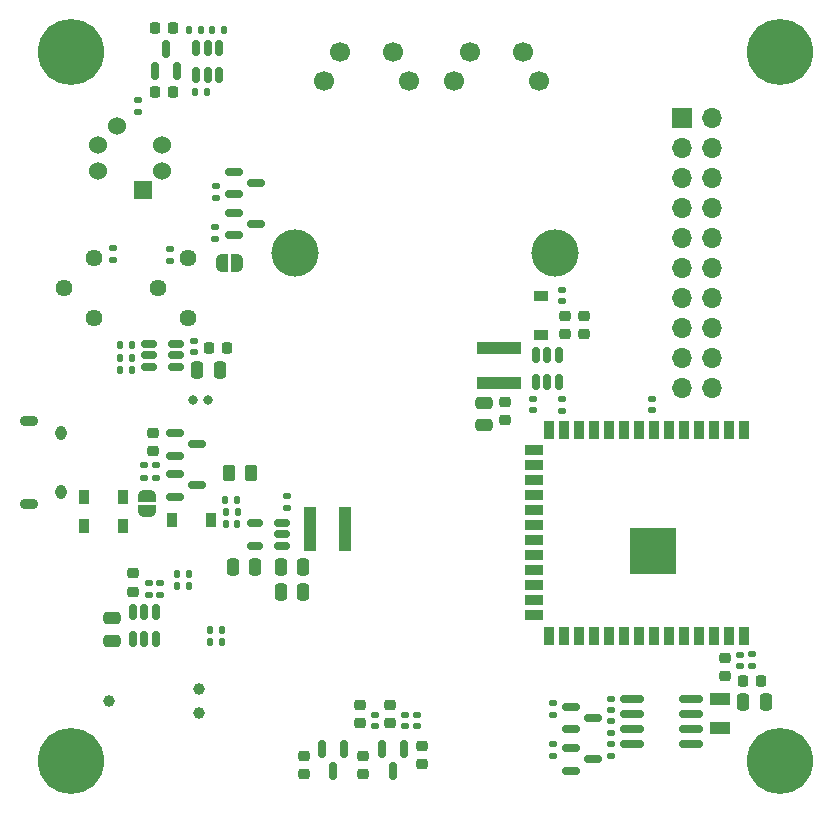
<source format=gbs>
%TF.GenerationSoftware,KiCad,Pcbnew,(6.0.10)*%
%TF.CreationDate,2023-01-09T17:37:14-08:00*%
%TF.ProjectId,ai-camera,61692d63-616d-4657-9261-2e6b69636164,rev?*%
%TF.SameCoordinates,PX5a995c0PY2aea540*%
%TF.FileFunction,Soldermask,Bot*%
%TF.FilePolarity,Negative*%
%FSLAX46Y46*%
G04 Gerber Fmt 4.6, Leading zero omitted, Abs format (unit mm)*
G04 Created by KiCad (PCBNEW (6.0.10)) date 2023-01-09 17:37:14*
%MOMM*%
%LPD*%
G01*
G04 APERTURE LIST*
G04 Aperture macros list*
%AMRoundRect*
0 Rectangle with rounded corners*
0 $1 Rounding radius*
0 $2 $3 $4 $5 $6 $7 $8 $9 X,Y pos of 4 corners*
0 Add a 4 corners polygon primitive as box body*
4,1,4,$2,$3,$4,$5,$6,$7,$8,$9,$2,$3,0*
0 Add four circle primitives for the rounded corners*
1,1,$1+$1,$2,$3*
1,1,$1+$1,$4,$5*
1,1,$1+$1,$6,$7*
1,1,$1+$1,$8,$9*
0 Add four rect primitives between the rounded corners*
20,1,$1+$1,$2,$3,$4,$5,0*
20,1,$1+$1,$4,$5,$6,$7,0*
20,1,$1+$1,$6,$7,$8,$9,0*
20,1,$1+$1,$8,$9,$2,$3,0*%
%AMFreePoly0*
4,1,22,0.500000,-0.750000,0.000000,-0.750000,0.000000,-0.745033,-0.079941,-0.743568,-0.215256,-0.701293,-0.333266,-0.622738,-0.424486,-0.514219,-0.481581,-0.384460,-0.499164,-0.250000,-0.500000,-0.250000,-0.500000,0.250000,-0.499164,0.250000,-0.499963,0.256109,-0.478152,0.396186,-0.417904,0.524511,-0.324060,0.630769,-0.204165,0.706417,-0.067858,0.745374,0.000000,0.744959,0.000000,0.750000,
0.500000,0.750000,0.500000,-0.750000,0.500000,-0.750000,$1*%
%AMFreePoly1*
4,1,20,0.000000,0.744959,0.073905,0.744508,0.209726,0.703889,0.328688,0.626782,0.421226,0.519385,0.479903,0.390333,0.500000,0.250000,0.500000,-0.250000,0.499851,-0.262216,0.476331,-0.402017,0.414519,-0.529596,0.319384,-0.634700,0.198574,-0.708877,0.061801,-0.746166,0.000000,-0.745033,0.000000,-0.750000,-0.500000,-0.750000,-0.500000,0.750000,0.000000,0.750000,0.000000,0.744959,
0.000000,0.744959,$1*%
G04 Aperture macros list end*
%ADD10C,5.600000*%
%ADD11C,3.600000*%
%ADD12C,4.000000*%
%ADD13C,1.700000*%
%ADD14C,1.440000*%
%ADD15C,0.800000*%
%ADD16O,1.550000X0.890000*%
%ADD17O,0.950000X1.250000*%
%ADD18R,1.700000X1.700000*%
%ADD19O,1.700000X1.700000*%
%ADD20R,1.524000X1.524000*%
%ADD21C,1.524000*%
%ADD22C,0.990600*%
%ADD23RoundRect,0.150000X-0.587500X-0.150000X0.587500X-0.150000X0.587500X0.150000X-0.587500X0.150000X0*%
%ADD24RoundRect,0.250000X0.475000X-0.250000X0.475000X0.250000X-0.475000X0.250000X-0.475000X-0.250000X0*%
%ADD25R,1.100000X3.700000*%
%ADD26RoundRect,0.225000X0.250000X-0.225000X0.250000X0.225000X-0.250000X0.225000X-0.250000X-0.225000X0*%
%ADD27RoundRect,0.140000X0.170000X-0.140000X0.170000X0.140000X-0.170000X0.140000X-0.170000X-0.140000X0*%
%ADD28RoundRect,0.135000X0.185000X-0.135000X0.185000X0.135000X-0.185000X0.135000X-0.185000X-0.135000X0*%
%ADD29RoundRect,0.135000X0.135000X0.185000X-0.135000X0.185000X-0.135000X-0.185000X0.135000X-0.185000X0*%
%ADD30R,0.900000X1.500000*%
%ADD31R,1.500000X0.900000*%
%ADD32C,0.600000*%
%ADD33R,3.900000X3.900000*%
%ADD34RoundRect,0.140000X0.140000X0.170000X-0.140000X0.170000X-0.140000X-0.170000X0.140000X-0.170000X0*%
%ADD35R,1.800000X1.000000*%
%ADD36RoundRect,0.225000X0.225000X0.250000X-0.225000X0.250000X-0.225000X-0.250000X0.225000X-0.250000X0*%
%ADD37RoundRect,0.140000X-0.170000X0.140000X-0.170000X-0.140000X0.170000X-0.140000X0.170000X0.140000X0*%
%ADD38R,0.900000X1.200000*%
%ADD39RoundRect,0.135000X-0.135000X-0.185000X0.135000X-0.185000X0.135000X0.185000X-0.135000X0.185000X0*%
%ADD40RoundRect,0.250000X0.250000X0.475000X-0.250000X0.475000X-0.250000X-0.475000X0.250000X-0.475000X0*%
%ADD41RoundRect,0.135000X-0.185000X0.135000X-0.185000X-0.135000X0.185000X-0.135000X0.185000X0.135000X0*%
%ADD42R,3.700000X1.100000*%
%ADD43RoundRect,0.150000X-0.150000X0.587500X-0.150000X-0.587500X0.150000X-0.587500X0.150000X0.587500X0*%
%ADD44RoundRect,0.140000X-0.140000X-0.170000X0.140000X-0.170000X0.140000X0.170000X-0.140000X0.170000X0*%
%ADD45FreePoly0,270.000000*%
%ADD46FreePoly1,270.000000*%
%ADD47RoundRect,0.150000X0.150000X-0.587500X0.150000X0.587500X-0.150000X0.587500X-0.150000X-0.587500X0*%
%ADD48FreePoly0,180.000000*%
%ADD49FreePoly1,180.000000*%
%ADD50RoundRect,0.150000X0.825000X0.150000X-0.825000X0.150000X-0.825000X-0.150000X0.825000X-0.150000X0*%
%ADD51RoundRect,0.150000X-0.150000X0.512500X-0.150000X-0.512500X0.150000X-0.512500X0.150000X0.512500X0*%
%ADD52RoundRect,0.225000X-0.250000X0.225000X-0.250000X-0.225000X0.250000X-0.225000X0.250000X0.225000X0*%
%ADD53R,1.200000X0.900000*%
%ADD54RoundRect,0.225000X-0.225000X-0.250000X0.225000X-0.250000X0.225000X0.250000X-0.225000X0.250000X0*%
%ADD55RoundRect,0.150000X0.512500X0.150000X-0.512500X0.150000X-0.512500X-0.150000X0.512500X-0.150000X0*%
%ADD56RoundRect,0.250000X-0.250000X-0.475000X0.250000X-0.475000X0.250000X0.475000X-0.250000X0.475000X0*%
%ADD57RoundRect,0.150000X-0.512500X-0.150000X0.512500X-0.150000X0.512500X0.150000X-0.512500X0.150000X0*%
%ADD58RoundRect,0.250000X0.262500X0.450000X-0.262500X0.450000X-0.262500X-0.450000X0.262500X-0.450000X0*%
%ADD59RoundRect,0.150000X0.150000X-0.512500X0.150000X0.512500X-0.150000X0.512500X-0.150000X-0.512500X0*%
G04 APERTURE END LIST*
D10*
X5000000Y-65000000D03*
D11*
X5000000Y-65000000D03*
X5000000Y-5000000D03*
D10*
X5000000Y-5000000D03*
D12*
X24000000Y-22000000D03*
X46000000Y-22000000D03*
D13*
X26400000Y-7500000D03*
X33600000Y-7500000D03*
X32250000Y-5000000D03*
X27750000Y-5000000D03*
D14*
X14940000Y-22460000D03*
X12400000Y-25000000D03*
X14940000Y-27540000D03*
D13*
X44600000Y-7500000D03*
X37400000Y-7500000D03*
X43250000Y-5000000D03*
X38750000Y-5000000D03*
D15*
X15375000Y-34500000D03*
X16625000Y-34500000D03*
D16*
X1450000Y-36250000D03*
D17*
X4150000Y-42250000D03*
X4150000Y-37250000D03*
D16*
X1450000Y-43250000D03*
D14*
X6940000Y-22460000D03*
X4400000Y-25000000D03*
X6940000Y-27540000D03*
D11*
X65000000Y-5000000D03*
D10*
X65000000Y-5000000D03*
D18*
X56725000Y-10575000D03*
D19*
X59265000Y-10575000D03*
X56725000Y-13115000D03*
X59265000Y-13115000D03*
X56725000Y-15655000D03*
X59265000Y-15655000D03*
X56725000Y-18195000D03*
X59265000Y-18195000D03*
X56725000Y-20735000D03*
X59265000Y-20735000D03*
X56725000Y-23275000D03*
X59265000Y-23275000D03*
X56725000Y-25815000D03*
X59265000Y-25815000D03*
X56725000Y-28355000D03*
X59265000Y-28355000D03*
X56725000Y-30895000D03*
X59265000Y-30895000D03*
X56725000Y-33435000D03*
X59265000Y-33435000D03*
D11*
X65000000Y-65000000D03*
D10*
X65000000Y-65000000D03*
D20*
X11123152Y-16691848D03*
D21*
X12700000Y-15115000D03*
X12700000Y-12885000D03*
X8876848Y-11308152D03*
X7300000Y-12885000D03*
X7300000Y-15115000D03*
D22*
X15810000Y-61016000D03*
X15810000Y-58984000D03*
X8190000Y-60000000D03*
D23*
X18772500Y-20540000D03*
X18772500Y-18640000D03*
X20647500Y-19590000D03*
D24*
X8450000Y-54850000D03*
X8450000Y-52950000D03*
D25*
X25230000Y-45360000D03*
X28230000Y-45360000D03*
D26*
X41790000Y-36185000D03*
X41790000Y-34635000D03*
D27*
X50750000Y-60730000D03*
X50750000Y-59770000D03*
D28*
X23275000Y-43635000D03*
X23275000Y-42615000D03*
D29*
X17790000Y-54970000D03*
X16770000Y-54970000D03*
D30*
X61980000Y-54480000D03*
X60710000Y-54480000D03*
X59440000Y-54480000D03*
X58170000Y-54480000D03*
X56900000Y-54480000D03*
X55630000Y-54480000D03*
X54360000Y-54480000D03*
X53090000Y-54480000D03*
X51820000Y-54480000D03*
X50550000Y-54480000D03*
X49280000Y-54480000D03*
X48010000Y-54480000D03*
X46740000Y-54480000D03*
X45470000Y-54480000D03*
D31*
X44220000Y-52715000D03*
X44220000Y-51445000D03*
X44220000Y-50175000D03*
X44220000Y-48905000D03*
X44220000Y-47635000D03*
X44220000Y-46365000D03*
X44220000Y-45095000D03*
X44220000Y-43825000D03*
X44220000Y-42555000D03*
X44220000Y-41285000D03*
X44220000Y-40015000D03*
X44220000Y-38745000D03*
D30*
X45470000Y-36980000D03*
X46740000Y-36980000D03*
X48010000Y-36980000D03*
X49280000Y-36980000D03*
X50550000Y-36980000D03*
X51820000Y-36980000D03*
X53090000Y-36980000D03*
X54360000Y-36980000D03*
X55630000Y-36980000D03*
X56900000Y-36980000D03*
X58170000Y-36980000D03*
X59440000Y-36980000D03*
X60710000Y-36980000D03*
X61980000Y-36980000D03*
D32*
X54960000Y-47230000D03*
D33*
X54260000Y-47230000D03*
D32*
X54960000Y-48630000D03*
X54260000Y-47930000D03*
X54960000Y-45830000D03*
X52860000Y-47930000D03*
X55660000Y-47930000D03*
X52860000Y-46530000D03*
X54260000Y-46530000D03*
X53560000Y-45830000D03*
X53560000Y-47230000D03*
X55660000Y-46530000D03*
X53560000Y-48630000D03*
D34*
X10155000Y-30875000D03*
X9195000Y-30875000D03*
D35*
X59925000Y-62275000D03*
X59925000Y-59775000D03*
D36*
X18250000Y-30100000D03*
X16700000Y-30100000D03*
D37*
X46580000Y-25130000D03*
X46580000Y-26090000D03*
D38*
X9425000Y-45125000D03*
X6125000Y-45125000D03*
D39*
X9190000Y-29825000D03*
X10210000Y-29825000D03*
D36*
X13645000Y-2955000D03*
X12095000Y-2955000D03*
D40*
X17600000Y-31900000D03*
X15700000Y-31900000D03*
D37*
X61620000Y-56030000D03*
X61620000Y-56990000D03*
D26*
X29750000Y-66150000D03*
X29750000Y-64600000D03*
D23*
X13775000Y-39175000D03*
X13775000Y-37275000D03*
X15650000Y-38225000D03*
D27*
X10720000Y-10060000D03*
X10720000Y-9100000D03*
D28*
X12550000Y-50985000D03*
X12550000Y-49965000D03*
X50750000Y-64635000D03*
X50750000Y-63615000D03*
D37*
X34260000Y-61130000D03*
X34260000Y-62090000D03*
D26*
X29440000Y-61845000D03*
X29440000Y-60295000D03*
D41*
X45800000Y-60110000D03*
X45800000Y-61130000D03*
D34*
X16500000Y-8392500D03*
X15540000Y-8392500D03*
D42*
X41240000Y-33070000D03*
X41240000Y-30070000D03*
D41*
X13350000Y-21690000D03*
X13350000Y-22710000D03*
D43*
X31325000Y-63987500D03*
X33225000Y-63987500D03*
X32275000Y-65862500D03*
D41*
X8525000Y-21615000D03*
X8525000Y-22635000D03*
D29*
X16005000Y-3167500D03*
X14985000Y-3167500D03*
D44*
X18120000Y-45010000D03*
X19080000Y-45010000D03*
D45*
X11450000Y-42575000D03*
D46*
X11450000Y-43875000D03*
D39*
X18090000Y-43970000D03*
X19110000Y-43970000D03*
D24*
X39970000Y-36590000D03*
X39970000Y-34690000D03*
D28*
X17235000Y-20850000D03*
X17235000Y-19830000D03*
D37*
X15425000Y-29445000D03*
X15425000Y-30405000D03*
D47*
X14020000Y-6617500D03*
X12120000Y-6617500D03*
X13070000Y-4742500D03*
D37*
X62630000Y-56020000D03*
X62630000Y-56980000D03*
D29*
X19100000Y-42930000D03*
X18080000Y-42930000D03*
D48*
X19070000Y-22850000D03*
D49*
X17770000Y-22850000D03*
D50*
X57475000Y-59795000D03*
X57475000Y-61065000D03*
X57475000Y-62335000D03*
X57475000Y-63605000D03*
X52525000Y-63605000D03*
X52525000Y-62335000D03*
X52525000Y-61065000D03*
X52525000Y-59795000D03*
D51*
X44395000Y-30692500D03*
X45345000Y-30692500D03*
X46295000Y-30692500D03*
X46295000Y-32967500D03*
X45345000Y-32967500D03*
X44395000Y-32967500D03*
D52*
X46850000Y-27365000D03*
X46850000Y-28915000D03*
D51*
X15620000Y-4655000D03*
X16570000Y-4655000D03*
X17520000Y-4655000D03*
X17520000Y-6930000D03*
X16570000Y-6930000D03*
X15620000Y-6930000D03*
D39*
X16935000Y-3167500D03*
X17955000Y-3167500D03*
D38*
X9425000Y-42725000D03*
X6125000Y-42725000D03*
D23*
X47337500Y-62325000D03*
X47337500Y-60425000D03*
X49212500Y-61375000D03*
D41*
X12237500Y-40015000D03*
X12237500Y-41035000D03*
D28*
X11212500Y-41035000D03*
X11212500Y-40015000D03*
D53*
X44810000Y-25640000D03*
X44810000Y-28940000D03*
D54*
X61865000Y-58230000D03*
X63415000Y-58230000D03*
D28*
X46560000Y-35380000D03*
X46560000Y-34360000D03*
D41*
X45800000Y-63630000D03*
X45800000Y-64650000D03*
D26*
X60350000Y-57865000D03*
X60350000Y-56315000D03*
D54*
X12095000Y-8430000D03*
X13645000Y-8430000D03*
D37*
X54230000Y-34360000D03*
X54230000Y-35320000D03*
D55*
X22835000Y-44910000D03*
X22835000Y-45860000D03*
X22835000Y-46810000D03*
X20560000Y-46810000D03*
X20560000Y-44910000D03*
D52*
X48400000Y-27355000D03*
X48400000Y-28905000D03*
D39*
X13940000Y-50240000D03*
X14960000Y-50240000D03*
D40*
X24690000Y-48630000D03*
X22790000Y-48630000D03*
D56*
X18700000Y-48620000D03*
X20600000Y-48620000D03*
D26*
X24695000Y-66125000D03*
X24695000Y-64575000D03*
D34*
X10155000Y-31925000D03*
X9195000Y-31925000D03*
D57*
X11637500Y-31650000D03*
X11637500Y-30700000D03*
X11637500Y-29750000D03*
X13912500Y-29750000D03*
X13912500Y-30700000D03*
X13912500Y-31650000D03*
D41*
X50750000Y-61665000D03*
X50750000Y-62685000D03*
D37*
X33270000Y-61140000D03*
X33270000Y-62100000D03*
D38*
X16850000Y-44650000D03*
X13550000Y-44650000D03*
D56*
X61910000Y-60030000D03*
X63810000Y-60030000D03*
D28*
X11600000Y-51010000D03*
X11600000Y-49990000D03*
D39*
X13940000Y-49190000D03*
X14960000Y-49190000D03*
D52*
X10275000Y-49150000D03*
X10275000Y-50700000D03*
D26*
X31990000Y-61845000D03*
X31990000Y-60295000D03*
D41*
X17260000Y-16355000D03*
X17260000Y-17375000D03*
D26*
X11987500Y-38800000D03*
X11987500Y-37250000D03*
D40*
X24680000Y-50690000D03*
X22780000Y-50690000D03*
D52*
X34760000Y-63735000D03*
X34760000Y-65285000D03*
D58*
X20237500Y-40650000D03*
X18412500Y-40650000D03*
D43*
X26245000Y-63987500D03*
X28145000Y-63987500D03*
X27195000Y-65862500D03*
D37*
X30710000Y-61120000D03*
X30710000Y-62080000D03*
D23*
X47337500Y-65850000D03*
X47337500Y-63950000D03*
X49212500Y-64900000D03*
D59*
X12175000Y-54712500D03*
X11225000Y-54712500D03*
X10275000Y-54712500D03*
X10275000Y-52437500D03*
X11225000Y-52437500D03*
X12175000Y-52437500D03*
D23*
X18797500Y-17040000D03*
X18797500Y-15140000D03*
X20672500Y-16090000D03*
D27*
X44100000Y-35330000D03*
X44100000Y-34370000D03*
D39*
X16760000Y-53950000D03*
X17780000Y-53950000D03*
D23*
X13775000Y-42650000D03*
X13775000Y-40750000D03*
X15650000Y-41700000D03*
M02*

</source>
